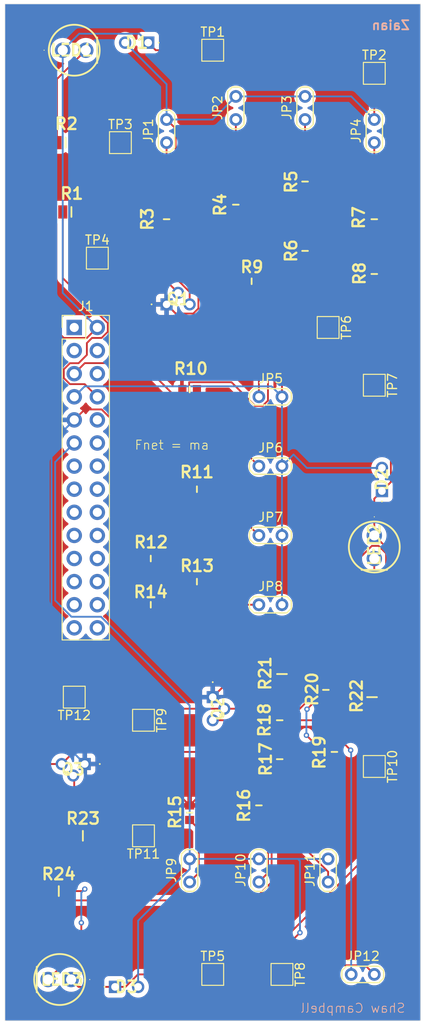
<source format=kicad_pcb>
(kicad_pcb (version 20221018) (generator pcbnew)
  (title_block (title "Infrared Sensor") (rev "v1") (company "University of Cape Town") (comment 7 "creativecommons.org") (comment 8 "Licence: CC BY 4.4") (comment 9 "Author: Shaw Campbell"))
  (layers (0 "F.Cu" signal) (31 "B.Cu" signal) (34 "B.Paste" user) (35 "F.Paste" user) (36 "B.SilkS" user "B.Silkscreen") (37 "F.SilkS" user "F.Silkscreen") (38 "B.Mask" user) (39 "F.Mask" user) (44 "Edge.Cuts" user))
  (net 0 "")
  (net 1 "PA4")
  (net 2 "Net-(Q1-B)")
  (net 3 "Net-(Q1-C)")
  (net 4 "PA3")
  (net 5 "Vcc")
  (net 6 "Net-(Q3-B)")
  (net 7 "Net-(Q3-C)")
  (net 8 "Net-(Q2-C)")
  (net 9 "Net-(Q2-B)")
  (net 10 "PA5")
  (net 11 "Net-(JP4-A)")
  (net 12 "Net-(JP10-A)")
  (net 13 "Net-(JP11-A)")
  (net 14 "Net-(JP12-A)")
  (net 15 "Net-(JP1-A)")
  (net 16 "Net-(JP2-A)")
  (net 17 "Net-(JP3-A)")
  (net 18 "Net-(JP5-A)")
  (net 19 "Net-(JP6-A)")
  (net 20 "Net-(JP7-A)")
  (net 21 "Net-(JP8-A)")
  (net 22 "Net-(JP9-A)")
  (net 23 "Net-(LED3-K)")
  (net 24 "Net-(LED1-K)")
  (net 25 "Net-(LED2-K)")
  (net 26 "GND")
  (net 27 "PE15")
  (net 28 "PW14")
  (net 29 "PW13")
  (net 30 "Net-(R11-Pad1)")
  (net 31 "Net-(R13-Pad1)")
  (net 32 "Net-(R5-Pad1)")
  (net 33 "Net-(R7-Pad1)")
  (net 34 "Net-(R19-Pad1)")
  (net 35 "Net-(R17-Pad1)")
  (net 40 "PE14")
  (net 41 "PE13")
  (footprint "TestPoint:TestPoint_Pad_2.0x2.0mm" (layer "F.Cu") (at 63.5 149.86 -90)
    (fp_text reference "TP8" (at 0 -1.998 90) (layer "F.SilkS"))
    (fp_text value "TestPoint")
    (pad "1" smd rect (at 0 0 270) (size 2 2) (layers "F.Cu" "F.Mask") (net 10 "PA5"))
  )
  (footprint "TestPoint:TestPoint_Pad_2.0x2.0mm" (layer "F.Cu") (at 68.58 78.74 -90)
    (fp_text reference "TP6" (at 0 -1.998 90) (layer "F.SilkS"))
    (fp_text value "TestPoint")
    (pad "1" smd rect (at 0 0 270) (size 2 2) (layers "F.Cu" "F.Mask") (net 1 "PA4"))
  )
  (footprint "IRSensor:RESC2013X65N" (layer "F.Cu") (at 38.94 140.7 180)
    (fp_text reference "R24" (at 0.01 1.87) (layer "F.SilkS") (effects (font (size 1.27 1.27) (thickness 0.254))))
    (fp_text value "2.2" hide)
    (pad "1" smd rect (at -0.95 0 180) (size 1 1.45) (layers "F.Cu" "F.Paste" "F.Mask") (net 23 "Net-(LED3-K)"))
    (pad "2" smd rect (at 0.95 0 180) (size 1 1.45) (layers "F.Cu" "F.Paste" "F.Mask") (net 7 "Net-(Q3-C)"))
  )
  (footprint "TestPoint:TestPoint_2Pads_Pitch2.54mm_Drill0.8mm" (layer "F.Cu") (at 50.8 58.42 90)
    (fp_text reference "JP1" (at 1.3 -2 90) (layer "F.SilkS"))
    (fp_text value "Jumper_2_Open")
    (pad "1" thru_hole circle (at 0 0 90) (size 1.4 1.4) (drill 0.8) (layers "*.Cu" "*.Mask") (net 15 "Net-(JP1-A)"))
    (pad "2" thru_hole circle (at 2.54 0 90) (size 1.4 1.4) (drill 0.8) (layers "*.Cu" "*.Mask") (net 4 "PA3"))
  )
  (footprint "IRSensor:TSAL6200" (layer "F.Cu") (at 73.66 102.87 -90)
    (fp_text reference "LED2" (at -0.272 0 90) (layer "F.SilkS") (effects (font (size 1.27 1.27) (thickness 0.254))))
    (fp_text value "TSAL6200" hide)
    (pad "1" thru_hole circle (at -1.27 0 270) (size 1.7 1.7) (drill 1.12) (layers "*.Cu" "*.Mask") (net 5 "Vcc"))
    (pad "2" thru_hole circle (at 1.27 0 270) (size 1.7 1.7) (drill 1.12) (layers "*.Cu" "*.Mask") (net 25 "Net-(LED2-K)"))
  )
  (footprint "Connector_PinHeader_2.54mm:PinHeader_2x14_P2.54mm_Vertical" (layer "F.Cu") (at 40.64 78.74)
    (fp_text reference "J1" (at 1.27 -2.33) (layer "F.SilkS"))
    (fp_text value "Conn_02x14_Odd_Even")
    (pad "1" thru_hole rect (at 0 0) (size 1.7 1.7) (drill 1) (layers "*.Cu" "*.Mask"))
    (pad "2" thru_hole oval (at 2.54 0) (size 1.7 1.7) (drill 1) (layers "*.Cu" "*.Mask") (net 5 "Vcc"))
    (pad "3" thru_hole oval (at 0 2.54) (size 1.7 1.7) (drill 1) (layers "*.Cu" "*.Mask"))
    (pad "4" thru_hole oval (at 2.54 2.54) (size 1.7 1.7) (drill 1) (layers "*.Cu" "*.Mask"))
    (pad "5" thru_hole oval (at 0 5.08) (size 1.7 1.7) (drill 1) (layers "*.Cu" "*.Mask") (net 4 "PA3"))
    (pad "6" thru_hole oval (at 2.54 5.08) (size 1.7 1.7) (drill 1) (layers "*.Cu" "*.Mask"))
    (pad "7" thru_hole oval (at 0 7.62) (size 1.7 1.7) (drill 1) (layers "*.Cu" "*.Mask") (net 1 "PA4"))
    (pad "8" thru_hole oval (at 2.54 7.62) (size 1.7 1.7) (drill 1) (layers "*.Cu" "*.Mask") (net 27 "PE15"))
    (pad "9" thru_hole oval (at 0 10.16) (size 1.7 1.7) (drill 1) (layers "*.Cu" "*.Mask") (net 26 "GND"))
    (pad "10" thru_hole oval (at 2.54 10.16) (size 1.7 1.7) (drill 1) (layers "*.Cu" "*.Mask") (net 40 "PE14"))
    (pad "11" thru_hole oval (at 0 12.7) (size 1.7 1.7) (drill 1) (layers "*.Cu" "*.Mask") (net 10 "PA5"))
    (pad "12" thru_hole oval (at 2.54 12.7) (size 1.7 1.7) (drill 1) (layers "*.Cu" "*.Mask") (net 41 "PE13"))
    (pad "13" thru_hole oval (at 0 15.24) (size 1.7 1.7) (drill 1) (layers "*.Cu" "*.Mask"))
    (pad "14" thru_hole oval (at 2.54 15.24) (size 1.7 1.7) (drill 1) (layers "*.Cu" "*.Mask"))
    (pad "15" thru_hole oval (at 0 17.78) (size 1.7 1.7) (drill 1) (layers "*.Cu" "*.Mask"))
    (pad "16" thru_hole oval (at 2.54 17.78) (size 1.7 1.7) (drill 1) (layers "*.Cu" "*.Mask"))
    (pad "17" thru_hole oval (at 0 20.32) (size 1.7 1.7) (drill 1) (layers "*.Cu" "*.Mask"))
    (pad "18" thru_hole oval (at 2.54 20.32) (size 1.7 1.7) (drill 1) (layers "*.Cu" "*.Mask"))
    (pad "19" thru_hole oval (at 0 22.86) (size 1.7 1.7) (drill 1) (layers "*.Cu" "*.Mask"))
    (pad "20" thru_hole oval (at 2.54 22.86) (size 1.7 1.7) (drill 1) (layers "*.Cu" "*.Mask"))
    (pad "21" thru_hole oval (at 0 25.4) (size 1.7 1.7) (drill 1) (layers "*.Cu" "*.Mask"))
    (pad "22" thru_hole oval (at 2.54 25.4) (size 1.7 1.7) (drill 1) (layers "*.Cu" "*.Mask"))
    (pad "23" thru_hole oval (at 0 27.94) (size 1.7 1.7) (drill 1) (layers "*.Cu" "*.Mask"))
    (pad "24" thru_hole oval (at 2.54 27.94) (size 1.7 1.7) (drill 1) (layers "*.Cu" "*.Mask"))
    (pad "25" thru_hole oval (at 0 30.48) (size 1.7 1.7) (drill 1) (layers "*.Cu" "*.Mask"))
    (pad "26" thru_hole oval (at 2.54 30.48) (size 1.7 1.7) (drill 1) (layers "*.Cu" "*.Mask"))
    (pad "27" thru_hole oval (at 0 33.02) (size 1.7 1.7) (drill 1) (layers "*.Cu" "*.Mask"))
    (pad "28" thru_hole oval (at 2.54 33.02) (size 1.7 1.7) (drill 1) (layers "*.Cu" "*.Mask"))
  )
  (footprint "IRSensor:RESC2013X65N" (layer "F.Cu") (at 63.5 116.84 -90)
    (fp_text reference "R21" (at -0.08 1.85 90) (layer "F.SilkS") (effects (font (size 1.27 1.27) (thickness 0.254))))
    (fp_text value "27k" hide)
    (pad "1" smd rect (at -0.95 0 270) (size 1 1.45) (layers "F.Cu" "F.Paste" "F.Mask") (net 28 "PW14"))
    (pad "2" smd rect (at 0.95 0 270) (size 1 1.45) (layers "F.Cu" "F.Paste" "F.Mask") (net 9 "Net-(Q2-B)"))
  )
  (footprint "IRSensor:RESC2013X65N" (layer "F.Cu") (at 39.69 58.42)
    (fp_text reference "R2" (at 0.08 -2.07) (layer "F.SilkS") (effects (font (size 1.27 1.27) (thickness 0.254))))
    (fp_text value "2.2" hide)
    (pad "1" smd rect (at -0.95 0) (size 1 1.45) (layers "F.Cu" "F.Paste" "F.Mask") (net 24 "Net-(LED1-K)"))
    (pad "2" smd rect (at 0.95 0) (size 1 1.45) (layers "F.Cu" "F.Paste" "F.Mask") (net 3 "Net-(Q1-C)"))
  )
  (footprint "TestPoint:TestPoint_Pad_2.0x2.0mm" (layer "F.Cu") (at 48.26 121.92 -90)
    (fp_text reference "TP9" (at 0 -1.998 90) (layer "F.SilkS"))
    (fp_text value "TestPoint")
    (pad "1" smd rect (at 0 0 270) (size 2 2) (layers "F.Cu" "F.Mask") (net 9 "Net-(Q2-B)"))
  )
  (footprint "IRSensor:RESC1608X55N" (layer "F.Cu") (at 73.66 66.84 90)
    (fp_text reference "R7" (at 0.18 -1.71 90) (layer "F.SilkS") (effects (font (size 1.27 1.27) (thickness 0.254))))
    (fp_text value "330k" hide)
    (pad "1" smd rect (at -0.8 0 90) (size 0.9 1) (layers "F.Cu" "F.Paste" "F.Mask") (net 33 "Net-(R7-Pad1)"))
    (pad "2" smd rect (at 0.8 0 90) (size 0.9 1) (layers "F.Cu" "F.Paste" "F.Mask") (net 11 "Net-(JP4-A)"))
  )
  (footprint "TestPoint:TestPoint_2Pads_Pitch2.54mm_Drill0.8mm" (layer "F.Cu") (at 53.34 139.7 90)
    (fp_text reference "JP9" (at 1.3 -2 90) (layer "F.SilkS"))
    (fp_text value "Jumper_2_Open")
    (pad "1" thru_hole circle (at 0 0 90) (size 1.4 1.4) (drill 0.8) (layers "*.Cu" "*.Mask") (net 22 "Net-(JP9-A)"))
    (pad "2" thru_hole circle (at 2.54 0 90) (size 1.4 1.4) (drill 0.8) (layers "*.Cu" "*.Mask") (net 10 "PA5"))
  )
  (footprint "TestPoint:TestPoint_2Pads_Pitch2.54mm_Drill0.8mm" (layer "F.Cu") (at 60.96 109.22)
    (fp_text reference "JP8" (at 1.3 -2) (layer "F.SilkS"))
    (fp_text value "Jumper_2_Open")
    (pad "1" thru_hole circle (at 0 0) (size 1.4 1.4) (drill 0.8) (layers "*.Cu" "*.Mask") (net 21 "Net-(JP8-A)"))
    (pad "2" thru_hole circle (at 2.54 0) (size 1.4 1.4) (drill 0.8) (layers "*.Cu" "*.Mask") (net 1 "PA4"))
  )
  (footprint "TestPoint:TestPoint_2Pads_Pitch2.54mm_Drill0.8mm" (layer "F.Cu") (at 60.96 101.6)
    (fp_text reference "JP7" (at 1.3 -2) (layer "F.SilkS"))
    (fp_text value "Jumper_2_Open")
    (pad "1" thru_hole circle (at 0 0) (size 1.4 1.4) (drill 0.8) (layers "*.Cu" "*.Mask") (net 20 "Net-(JP7-A)"))
    (pad "2" thru_hole circle (at 2.54 0) (size 1.4 1.4) (drill 0.8) (layers "*.Cu" "*.Mask") (net 1 "PA4"))
  )
  (footprint "IRSensor:RESC1608X55N" (layer "F.Cu") (at 54.14 96.52)
    (fp_text reference "R11" (at 0 -1.88) (layer "F.SilkS") (effects (font (size 1.27 1.27) (thickness 0.254))))
    (fp_text value "330k" hide)
    (pad "1" smd rect (at -0.8 0) (size 0.9 1) (layers "F.Cu" "F.Paste" "F.Mask") (net 30 "Net-(R11-Pad1)"))
    (pad "2" smd rect (at 0.8 0) (size 0.9 1) (layers "F.Cu" "F.Paste" "F.Mask") (net 20 "Net-(JP7-A)"))
  )
  (footprint "IRSensor:RESC2013X65N" (layer "F.Cu") (at 40.33 66.04)
    (fp_text reference "R1" (at 0.04 -2.02) (layer "F.SilkS") (effects (font (size 1.27 1.27) (thickness 0.254))))
    (fp_text value "27k" hide)
    (pad "1" smd rect (at -0.95 0) (size 1 1.45) (layers "F.Cu" "F.Paste" "F.Mask") (net 27 "PE15"))
    (pad "2" smd rect (at 0.95 0) (size 1 1.45) (layers "F.Cu" "F.Paste" "F.Mask") (net 2 "Net-(Q1-B)"))
  )
  (footprint "TestPoint:TestPoint_Pad_2.0x2.0mm" (layer "F.Cu") (at 43.18 71.12)
    (fp_text reference "TP4" (at 0 -1.998) (layer "F.SilkS"))
    (fp_text value "TestPoint")
    (pad "1" smd rect (at 0 0) (size 2 2) (layers "F.Cu" "F.Mask") (net 2 "Net-(Q1-B)"))
  )
  (footprint "IRSensor:RESC1608X55N" (layer "F.Cu") (at 49.06 109.22)
    (fp_text reference "R14" (at -0.01 -1.4) (layer "F.SilkS") (effects (font (size 1.27 1.27) (thickness 0.254))))
    (fp_text value "470k" hide)
    (pad "1" smd rect (at -0.8 0) (size 0.9 1) (layers "F.Cu" "F.Paste" "F.Mask") (net 26 "GND"))
    (pad "2" smd rect (at 0.8 0) (size 0.9 1) (layers "F.Cu" "F.Paste" "F.Mask") (net 31 "Net-(R13-Pad1)"))
  )
  (footprint "TestPoint:TestPoint_Pad_2.0x2.0mm" (layer "F.Cu") (at 73.66 85.09 -90)
    (fp_text reference "TP7" (at 0 -1.998 90) (layer "F.SilkS"))
    (fp_text value "TestPoint")
    (pad "1" smd rect (at 0 0 270) (size 2 2) (layers "F.Cu" "F.Mask") (net 5 "Vcc"))
  )
  (footprint "TestPoint:TestPoint_2Pads_Pitch2.54mm_Drill0.8mm" (layer "F.Cu") (at 66.04 55.88 90)
    (fp_text reference "JP3" (at 1.3 -2 90) (layer "F.SilkS"))
    (fp_text value "Jumper_2_Open")
    (pad "1" thru_hole circle (at 0 0 90) (size 1.4 1.4) (drill 0.8) (layers "*.Cu" "*.Mask") (net 17 "Net-(JP3-A)"))
    (pad "2" thru_hole circle (at 2.54 0 90) (size 1.4 1.4) (drill 0.8) (layers "*.Cu" "*.Mask") (net 4 "PA3"))
  )
  (footprint "TestPoint:TestPoint_Pad_2.0x2.0mm" (layer "F.Cu") (at 55.88 48.26)
    (fp_text reference "TP1" (at 0 -1.998) (layer "F.SilkS"))
    (fp_text value "TestPoint")
    (pad "1" smd rect (at 0 0) (size 2 2) (layers "F.Cu" "F.Mask") (net 5 "Vcc"))
  )
  (footprint "TestPoint:TestPoint_2Pads_Pitch2.54mm_Drill0.8mm" (layer "F.Cu") (at 60.96 139.7 90)
    (fp_text reference "JP10" (at 1.3 -2 90) (layer "F.SilkS"))
    (fp_text value "Jumper_2_Open")
    (pad "1" thru_hole circle (at 0 0 90) (size 1.4 1.4) (drill 0.8) (layers "*.Cu" "*.Mask") (net 12 "Net-(JP10-A)"))
    (pad "2" thru_hole circle (at 2.54 0 90) (size 1.4 1.4) (drill 0.8) (layers "*.Cu" "*.Mask") (net 10 "PA5"))
  )
  (footprint "IRSensor:TEFD4300F" (layer "F.Cu") (at 74.5 96.72 -90)
    (fp_text reference "D2" (at -1.27 0 90) (layer "F.SilkS") (effects (font (size 1.27 1.27) (thickness 0.254))))
    (fp_text value "TEFD4300F" hide)
    (pad "1" thru_hole rect (at 0 0 270) (size 1.365 1.365) (drill 0.84) (layers "*.Cu" "*.Mask") (net 5 "Vcc"))
    (pad "2" thru_hole circle (at -2.54 0 270) (size 1.365 1.365) (drill 0.84) (layers "*.Cu" "*.Mask") (net 1 "PA4"))
  )
  (footprint "IRSensor:TEFD4300F" (layer "F.Cu") (at 48.78 47.43)
    (fp_text reference "D1" (at -1.27 0) (layer "F.SilkS") (effects (font (size 1.27 1.27) (thickness 0.254))))
    (fp_text value "TEFD4300F" hide)
    (pad "1" thru_hole rect (at 0 0) (size 1.365 1.365) (drill 0.84) (layers "*.Cu" "*.Mask") (net 5 "Vcc"))
    (pad "2" thru_hole circle (at -2.54 0) (size 1.365 1.365) (drill 0.84) (layers "*.Cu" "*.Mask") (net 4 "PA3"))
  )
  (footprint "IRSensor:RESC1608X55N" (layer "F.Cu") (at 54.14 106.68)
    (fp_text reference "R13" (at 0.02 -1.73) (layer "F.SilkS") (effects (font (size 1.27 1.27) (thickness 0.254))))
    (fp_text value "330k" hide)
    (pad "1" smd rect (at -0.8 0) (size 0.9 1) (layers "F.Cu" "F.Paste" "F.Mask") (net 31 "Net-(R13-Pad1)"))
    (pad "2" smd rect (at 0.8 0) (size 0.9 1) (layers "F.Cu" "F.Paste" "F.Mask") (net 21 "Net-(JP8-A)"))
  )
  (footprint "TestPoint:TestPoint_2Pads_Pitch2.54mm_Drill0.8mm" (layer "F.Cu") (at 73.66 58.42 90)
    (fp_text reference "JP4" (at 1.3 -2 90) (layer "F.SilkS"))
    (fp_text value "Jumper_2_Open")
    (pad "1" thru_hole circle (at 0 0 90) (size 1.4 1.4) (drill 0.8) (layers "*.Cu" "*.Mask") (net 11 "Net-(JP4-A)"))
    (pad "2" thru_hole circle (at 2.54 0 90) (size 1.4 1.4) (drill 0.8) (layers "*.Cu" "*.Mask") (net 4 "PA3"))
  )
  (footprint "IRSensor:RESC2013X65N" (layer "F.Cu") (at 41.59 134.62 180)
    (fp_text reference "R23" (at -0.02 1.9) (layer "F.SilkS") (effects (font (size 1.27 1.27) (thickness 0.254))))
    (fp_text value "27k" hide)
    (pad "1" smd rect (at -0.95 0 180) (size 1 1.45) (layers "F.Cu" "F.Paste" "F.Mask") (net 29 "PW13"))
    (pad "2" smd rect (at 0.95 0 180) (size 1 1.45) (layers "F.Cu" "F.Paste" "F.Mask") (net 6 "Net-(Q3-B)"))
  )
  (footprint "TestPoint:TestPoint_2Pads_Pitch2.54mm_Drill0.8mm" (layer "F.Cu") (at 58.42 55.88 90)
    (fp_text reference "JP2" (at 1.3 -2 90) (layer "F.SilkS"))
    (fp_text value "Jumper_2_Open")
    (pad "1" thru_hole circle (at 0 0 90) (size 1.4 1.4) (drill 0.8) (layers "*.Cu" "*.Mask") (net 16 "Net-(JP2-A)"))
    (pad "2" thru_hole circle (at 2.54 0 90) (size 1.4 1.4) (drill 0.8) (layers "*.Cu" "*.Mask") (net 4 "PA3"))
  )
  (footprint "IRSensor:RESC1608X55N" (layer "F.Cu") (at 60.96 131.28 -90)
    (fp_text reference "R16" (at 0.02 1.64 -90) (layer "F.SilkS") (effects (font (size 1.27 1.27) (thickness 0.254))))
    (fp_text value "330k" hide)
    (pad "1" smd rect (at -0.8 0 270) (size 0.9 1) (layers "F.Cu" "F.Paste" "F.Mask") (net 26 "GND"))
    (pad "2" smd rect (at 0.8 0 270) (size 0.9 1) (layers "F.Cu" "F.Paste" "F.Mask") (net 12 "Net-(JP10-A)"))
  )
  (footprint "TestPoint:TestPoint_2Pads_Pitch2.54mm_Drill0.8mm" (layer "F.Cu") (at 60.96 93.98)
    (fp_text reference "JP6" (at 1.3 -2) (layer "F.SilkS"))
    (fp_text value "Jumper_2_Open")
    (pad "1" thru_hole circle (at 0 0) (size 1.4 1.4) (drill 0.8) (layers "*.Cu" "*.Mask") (net 19 "Net-(JP6-A)"))
    (pad "2" thru_hole circle (at 2.54 0) (size 1.4 1.4) (drill 0.8) (layers "*.Cu" "*.Mask") (net 1 "PA4"))
  )
  (footprint "IRSensor:RESC1608X55N" (layer "F.Cu") (at 50.8 66.84 90)
    (fp_text reference "R3" (at 0.01 -2.11 90) (layer "F.SilkS") (effects (font (size 1.27 1.27) (thickness 0.254))))
    (fp_text value "150k" hide)
    (pad "1" smd rect (at -0.8 0 90) (size 0.9 1) (layers "F.Cu" "F.Paste" "F.Mask") (net 26 "GND"))
    (pad "2" smd rect (at 0.8 0 90) (size 0.9 1) (layers "F.Cu" "F.Paste" "F.Mask") (net 15 "Net-(JP1-A)"))
  )
  (footprint "IRSensor:RESC1608X55N" (layer "F.Cu") (at 49.06 104.14)
    (fp_text reference "R12" (at 0.03 -1.79) (layer "F.SilkS") (effects (font (size 1.27 1.27) (thickness 0.254))))
    (fp_text value "330k" hide)
    (pad "1" smd rect (at -0.8 0) (size 0.9 1) (layers "F.Cu" "F.Paste" "F.Mask") (net 26 "GND"))
    (pad "2" smd rect (at 0.8 0) (size 0.9 1) (layers "F.Cu" "F.Paste" "F.Mask") (net 30 "Net-(R11-Pad1)"))
  )
  (footprint "IRSensor:RESC1608X55N" (layer "F.Cu") (at 60.16 73.66)
    (fp_text reference "R9" (at 0.03 -1.57) (layer "F.SilkS") (effects (font (size 1.27 1.27) (thickness 0.254))))
    (fp_text value "150k" hide)
    (pad "1" smd rect (at -0.8 0) (size 0.9 1) (layers "F.Cu" "F.Paste" "F.Mask") (net 26 "GND"))
    (pad "2" smd rect (at 0.8 0) (size 0.9 1) (layers "F.Cu" "F.Paste" "F.Mask") (net 18 "Net-(JP5-A)"))
  )
  (footprint "IRSensor:RESC2013X65N" (layer "F.Cu") (at 73.41 119.38 -90)
    (fp_text reference "R22" (at -0.12 1.7 90) (layer "F.SilkS") (effects (font (size 1.27 1.27) (thickness 0.254))))
    (fp_text value "2.2" hide)
    (pad "1" smd rect (at -0.95 0 270) (size 1 1.45) (layers "F.Cu" "F.Paste" "F.Mask") (net 25 "Net-(LED2-K)"))
    (pad "2" smd rect (at 0.95 0 270) (size 1 1.45) (layers "F.Cu" "F.Paste" "F.Mask") (net 8 "Net-(Q2-C)"))
  )
  (footprint "IRSensor:SS8050" (layer "F.Cu") (at 41.8 126.73 180)
    (fp_text reference "Q3" (at 1.295 -0.59) (layer "F.SilkS") (effects (font (size 1.27 1.27) (thickness 0.254))))
    (fp_text value "SS8050" hide)
    (pad "1" thru_hole rect (at 0 0 180) (size 1.333 1.333) (drill 0.82) (layers "*.Cu" "*.Mask") (net 26 "GND"))
    (pad "2" thru_hole circle (at 1.27 -1.27 180) (size 1.333 1.333) (drill 0.82) (layers "*.Cu" "*.Mask") (net 6 "Net-(Q3-B)"))
    (pad "3" thru_hole circle (at 2.54 0 180) (size 1.333 1.333) (drill 0.82) (layers "*.Cu" "*.Mask") (net 7 "Net-(Q3-C)"))
  )
  (footprint "IRSensor:RESC1608X55N" (layer "F.Cu") (at 66.04 70.32 90)
    (fp_text reference "R6" (at 0.01 -1.54 90) (layer "F.SilkS") (effects (font (size 1.27 1.27) (thickness 0.254))))
    (fp_text value "330k" hide)
    (pad "1" smd rect (at -0.8 0 90) (size 0.9 1) (layers "F.Cu" "F.Paste" "F.Mask") (net 26 "GND"))
    (pad "2" smd rect (at 0.8 0 90) (size 0.9 1) (layers "F.Cu" "F.Paste" "F.Mask") (net 32 "Net-(R5-Pad1)"))
  )
  (footprint "IRSensor:RESC1608X55N" (layer "F.Cu") (at 53.34 85.56)
    (fp_text reference "R10" (at 0.13 -2.29) (layer "F.SilkS") (effects (font (size 1.27 1.27) (thickness 0.254))))
    (fp_text value "330k" hide)
    (pad "1" smd rect (at -0.8 0) (size 0.9 1) (layers "F.Cu" "F.Paste" "F.Mask") (net 26 "GND"))
    (pad "2" smd rect (at 0.8 0) (size 0.9 1) (layers "F.Cu" "F.Paste" "F.Mask") (net 19 "Net-(JP6-A)"))
  )
  (footprint "IRSensor:TEFD4300F" (layer "F.Cu") (at 45.13 151.23 180)
    (fp_text reference "D3" (at -1.27 0) (layer "F.SilkS") (effects (font (size 1.27 1.27) (thickness 0.254))))
    (fp_text value "TEFD4300F" hide)
    (pad "1" thru_hole rect (at 0 0 180) (size 1.365 1.365) (drill 0.84) (layers "*.Cu" "*.Mask") (net 5 "Vcc"))
    (pad "2" thru_hole circle (at -2.54 0 180) (size 1.365 1.365) (drill 0.84) (layers "*.Cu" "*.Mask") (net 10 "PA5"))
  )
  (footprint "IRSensor:SS8050" (layer "F.Cu") (at 50.8 76.2)
    (fp_text reference "Q1" (at 1.295 -0.59) (layer "F.SilkS") (effects (font (size 1.27 1.27) (thickness 0.254))))
    (fp_text value "SS8050" hide)
    (pad "1" thru_hole rect (at 0 0) (size 1.333 1.333) (drill 0.82) (layers "*.Cu" "*.Mask") (net 26 "GND"))
    (pad "2" thru_hole circle (at 1.27 -1.27) (size 1.333 1.333) (drill 0.82) (layers "*.Cu" "*.Mask") (net 2 "Net-(Q1-B)"))
    (pad "3" thru_hole circle (at 2.54 0) (size 1.333 1.333) (drill 0.82) (layers "*.Cu" "*.Mask") (net 3 "Net-(Q1-C)"))
  )
  (footprint "IRSensor:RESC1608X55N" (layer "F.Cu") (at 66.04 62.7 90)
    (fp_text reference "R5" (at -0.03 -1.54 90) (layer "F.SilkS") (effects (font (size 1.27 1.27) (thickness 0.254))))
    (fp_text value "330k" hide)
    (pad "1" smd rect (at -0.8 0 90) (size 0.9 1) (layers "F.Cu" "F.Paste" "F.Mask") (net 32 "Net-(R5-Pad1)"))
    (pad "2" smd rect (at 0.8 0 90) (size 0.9 1) (layers "F.Cu" "F.Paste" "F.Mask") (net 17 "Net-(JP3-A)"))
  )
  (footprint "TestPoint:TestPoint_Pad_2.0x2.0mm" (layer "F.Cu") (at 55.88 149.86)
    (fp_text reference "TP5" (at 0 -1.998) (layer "F.SilkS"))
    (fp_text value "TestPoint")
    (pad "1" smd rect (at 0 0) (size 2 2) (layers "F.Cu" "F.Mask") (net 5 "Vcc"))
  )
  (footprint "IRSensor:RESC1608X55N" (layer "F.Cu") (at 53.34 132.08 -90)
    (fp_text reference "R15" (at -0.06 1.61 90) (layer "F.SilkS") (effects (font (size 1.27 1.27) (thickness 0.254))))
    (fp_text value "150k" hide)
    (pad "1" smd rect (at -0.8 0 270) (size 0.9 1) (layers "F.Cu" "F.Paste" "F.Mask") (net 26 "GND"))
    (pad "2" smd rect (at 0.8 0 270) (size 0.9 1) (layers "F.Cu" "F.Paste" "F.Mask") (net 22 "Net-(JP9-A)"))
  )
  (footprint "IRSensor:TSAL6200" (layer "F.Cu") (at 40.64 48.26)
    (fp_text reference "LED1" (at -0.272 0) (layer "F.SilkS") (effects (font (size 1.27 1.27) (thickness 0.254))))
    (fp_text value "TSAL6200" hide)
    (pad "1" thru_hole circle (at -1.27 0) (size 1.7 1.7) (drill 1.12) (layers "*.Cu" "*.Mask") (net 5 "Vcc"))
    (pad "2" thru_hole circle (at 1.27 0) (size 1.7 1.7) (drill 1.12) (layers "*.Cu" "*.Mask") (net 24 "Net-(LED1-K)"))
  )
  (footprint "IRSensor:RESC1608X55N" (layer "F.Cu") (at 63.25 126.2 90)
    (fp_text reference "R17" (at 0 -1.55 90) (layer "F.SilkS") (effects (font (size 1.27 1.27) (thickness 0.254))))
    (fp_text value "330k" hide)
    (pad "1" smd rect (at -0.8 0 90) (size 0.9 1) (layers "F.Cu" "F.Paste" "F.Mask") (net 35 "Net-(R17-Pad1)"))
    (pad "2" smd rect (at 0.8 0 90) (size 0.9 1) (layers "F.Cu" "F.Paste" "F.Mask") (net 13 "Net-(JP11-A)"))
  )
  (footprint "IRSensor:RESC1608X55N" (layer "F.Cu") (at 69.27 125.4 90)
    (fp_text reference "R19" (at -0.06 -1.66 90) (layer "F.SilkS") (effects (font (size 1.27 1.27) (thickness 0.254))))
    (fp_text value "330k" hide)
    (pad "1" smd rect (at -0.8 0 90) (size 0.9 1) (layers "F.Cu" "F.Paste" "F.Mask") (net 34 "Net-(R19-Pad1)"))
    (pad "2" smd rect (at 0.8 0 90) (size 0.9 1) (layers "F.Cu" "F.Paste" "F.Mask") (net 14 "Net-(JP12-A)"))
  )
  (footprint "IRSensor:RESC1608X55N" (layer "F.Cu") (at 73.66 72.86 90)
    (fp_text reference "R8" (at 0.05 -1.63 90) (layer "F.SilkS") (effects (font (size 1.27 1.27) (thickness 0.254))))
    (fp_text value "470k" hide)
    (pad "1" smd rect (at -0.8 0 90) (size 0.9 1) (layers "F.Cu" "F.Paste" "F.Mask") (net 26 "GND"))
    (pad "2" smd rect (at 0.8 0 90) (size 0.9 1) (layers "F.Cu" "F.Paste" "F.Mask") (net 33 "Net-(R7-Pad1)"))
  )
  (footprint "IRSensor:RESC1608X55N" (layer "F.Cu") (at 58.42 65.24 90)
    (fp_text reference "R4" (at -0.01 -1.73 90) (layer "F.SilkS") (effects (font (size 1.27 1.27) (thickness 0.254))))
    (fp_text value "330k" hide)
    (pad "1" smd rect (at -0.8 0 90) (size 0.9 1) (layers "F.Cu" "F.Paste" "F.Mask") (net 26 "GND"))
    (pad "2" smd rect (at 0.8 0 90) (size 0.9 1) (layers "F.Cu" "F.Paste" "F.Mask") (net 16 "Net-(JP2-A)"))
  )
  (footprint "IRSensor:RESC1608X55N" (layer "F.Cu") (at 63.25 121.92 -90)
    (fp_text reference "R18" (at -0.02 1.68 90) (layer "F.SilkS") (effects (font (size 1.27 1.27) (thickness 0.254))))
    (fp_text value "330k" hide)
    (pad "1" smd rect (at -0.8 0 270) (size 0.9 1) (layers "F.Cu" "F.Paste" "F.Mask") (net 26 "GND"))
    (pad "2" smd rect (at 0.8 0 270) (size 0.9 1) (layers "F.Cu" "F.Paste" "F.Mask") (net 35 "Net-(R17-Pad1)"))
  )
  (footprint "TestPoint:TestPoint_Pad_2.0x2.0mm" (layer "F.Cu") (at 40.64 119.38 180)
    (fp_text reference "TP12" (at 0 -1.998) (layer "F.SilkS"))
    (fp_text value "TestPoint")
    (pad "1" smd rect (at 0 0 180) (size 2 2) (layers "F.Cu" "F.Mask") (net 7 "Net-(Q3-C)"))
  )
  (footprint "TestPoint:TestPoint_2Pads_Pitch2.54mm_Drill0.8mm" (layer "F.Cu") (at 68.58 139.7 90)
    (fp_text reference "JP11" (at 1.3 -2 90) (layer "F.SilkS"))
    (fp_text value "Jumper_2_Open")
    (pad "1" thru_hole circle (at 0 0 90) (size 1.4 1.4) (drill 0.8) (layers "*.Cu" "*.Mask") (net 13 "Net-(JP11-A)"))
    (pad "2" thru_hole circle (at 2.54 0 90) (size 1.4 1.4) (drill 0.8) (layers "*.Cu" "*.Mask") (net 10 "PA5"))
  )
  (footprint "IRSensor:RESC1608X55N" (layer "F.Cu") (at 68.33 118.58 -90)
    (fp_text reference "R20" (at -0.07 1.52 90) (layer "F.SilkS") (effects (font (size 1.27 1.27) (thickness 0.254))))
    (fp_text value "470k" hide)
    (pad "1" smd rect (at -0.8 0 270) (size 0.9 1) (layers "F.Cu" "F.Paste" "F.Mask") (net 26 "GND"))
    (pad "2" smd rect (at 0.8 0 270) (size 0.9 1) (layers "F.Cu" "F.Paste" "F.Mask") (net 34 "Net-(R19-Pad1)"))
  )
  (footprint "TestPoint:TestPoint_Pad_2.0x2.0mm" (layer "F.Cu") (at 73.66 127 -90)
    (fp_text reference "TP10" (at 0 -1.998 90) (layer "F.SilkS"))
    (fp_text value "TestPoint")
    (pad "1" smd rect (at 0 0 270) (size 2 2) (layers "F.Cu" "F.Mask") (net 8 "Net-(Q2-C)"))
  )
  (footprint "IRSensor:SS8050" (layer "F.Cu") (at 55.88 119.38 -90)
    (fp_text reference "Q2" (at 1.295 -0.59 90) (layer "F.SilkS") (effects (font (size 1.27 1.27) (thickness 0.254))))
    (fp_text value "SS8050" hide)
    (pad "1" thru_hole rect (at 0 0 270) (size 1.333 1.333) (drill 0.82) (layers "*.Cu" "*.Mask") (net 26 "GND"))
    (pad "2" thru_hole circle (at 1.27 -1.27 270) (size 1.333 1.333) (drill 0.82) (layers "*.Cu" "*.Mask") (net 9 "Net-(Q2-B)"))
    (pad "3" thru_hole circle (at 2.54 0 270) (size 1.333 1.333) (drill 0.82) (layers "*.Cu" "*.Mask") (net 8 "Net-(Q2-C)"))
  )
  (footprint "TestPoint:TestPoint_Pad_2.0x2.0mm" (layer "F.Cu") (at 45.72 58.42)
    (fp_text reference "TP3" (at 0 -1.998) (layer "F.SilkS"))
    (fp_text value "TestPoint")
    (pad "1" smd rect (at 0 0) (size 2 2) (layers "F.Cu" "F.Mask") (net 3 "Net-(Q1-C)"))
  )
  (footprint "TestPoint:TestPoint_Pad_2.0x2.0mm" (layer "F.Cu") (at 73.66 50.8)
    (fp_text reference "TP2" (at 0 -1.998) (layer "F.SilkS"))
    (fp_text value "TestPoint")
    (pad "1" smd rect (at 0 0) (size 2 2) (layers "F.Cu" "F.Mask") (net 4 "PA3"))
  )
  (footprint "TestPoint:TestPoint_2Pads_Pitch2.54mm_Drill0.8mm" (layer "F.Cu") (at 60.96 86.36)
    (fp_text reference "JP5" (at 1.3 -2) (layer "F.SilkS"))
    (fp_text value "Jumper_2_Open")
    (pad "1" thru_hole circle (at 0 0) (size 1.4 1.4) (drill 0.8) (layers "*.Cu" "*.Mask") (net 18 "Net-(JP5-A)"))
    (pad "2" thru_hole circle (at 2.54 0) (size 1.4 1.4) (drill 0.8) (layers "*.Cu" "*.Mask") (net 1 "PA4"))
  )
  (footprint "TestPoint:TestPoint_Pad_2.0x2.0mm" (layer "F.Cu") (at 48.26 134.62 180)
    (fp_text reference "TP11" (at 0 -1.998) (layer "F.SilkS"))
    (fp_text value "TestPoint")
    (pad "1" smd rect (at 0 0 180) (size 2 2) (layers "F.Cu" "F.Mask") (net 6 "Net-(Q3-B)"))
  )
  (footprint "IRSensor:TSAL6200" (layer "F.Cu") (at 39.03 150.42 180)
    (fp_text reference "LED3" (at -0.272 0) (layer "F.SilkS") (effects (font (size 1.27 1.27) (thickness 0.254))))
    (fp_text value "TSAL6200" hide)
    (pad "1" thru_hole circle (at -1.27 0 180) (size 1.7 1.7) (drill 1.12) (layers "*.Cu" "*.Mask") (net 5 "Vcc"))
    (pad "2" thru_hole circle (at 1.27 0 180) (size 1.7 1.7) (drill 1.12) (layers "*.Cu" "*.Mask") (net 23 "Net-(LED3-K)"))
  )
  (footprint "TestPoint:TestPoint_2Pads_Pitch2.54mm_Drill0.8mm" (layer "F.Cu") (at 71.12 149.86)
    (fp_text reference "JP12" (at 1.3 -2) (layer "F.SilkS"))
    (fp_text value "Jumper_2_Open")
    (pad "1" thru_hole circle (at 0 0) (size 1.4 1.4) (drill 0.8) (layers "*.Cu" "*.Mask") (net 14 "Net-(JP12-A)"))
    (pad "2" thru_hole circle (at 2.54 0) (size 1.4 1.4) (drill 0.8) (layers "*.Cu" "*.Mask") (net 10 "PA5"))
  )
  (gr_line (start 33.02 154.94) (end 33.02 43.18) (stroke (width 0.05)) (layer "Edge.Cuts"))
  (gr_line (start 78.74 43.18) (end 78.74 154.94) (stroke (width 0.05)) (layer "Edge.Cuts"))
  (gr_line (start 33.02 43.18) (end 78.74 43.18) (stroke (width 0.05)) (layer "Edge.Cuts"))
  (gr_line (start 78.74 154.94) (end 33.02 154.94) (stroke (width 0.05)) (layer "Edge.Cuts"))
  (gr_text "Shaw Campbell" (at 77.13 154.15) (layer "B.SilkS") (effects (font (size 1 1) (thickness 0.1)) (justify left bottom mirror)))
  (gr_text "Zaian" (at 77.67 46.1) (layer "B.SilkS") (effects (font (size 1 1) (thickness 0.2) bold) (justify left bottom mirror)))
  (gr_text "Fnet = ma" (at 47.23 92.25) (layer "F.SilkS") (effects (font (size 1 1) (thickness 0.1)) (justify left bottom)))
  (segment (start 63.5 86.36) (end 63.5 83.82) (width 0.2) (layer "F.Cu") (net 1))
  (segment (start 63.5 83.82) (end 68.58 78.74) (width 0.2) (layer "F.Cu") (net 1))
  (segment (start 66.24 94.18) (end 64.77 92.71) (width 0.2) (layer "B.Cu") (net 1))
  (segment (start 63.5 86.36) (end 62.35 85.21) (width 0.2) (layer "B.Cu") (net 1))
  (segment (start 41.79 85.21) (end 40.64 86.36) (width 0.2) (layer "B.Cu") (net 1))
  (segment (start 62.35 85.21) (end 41.79 85.21) (width 0.2) (layer "B.Cu") (net 1))
  (segment (start 63.5 109.22) (end 63.5 86.36) (width 0.2) (layer "B.Cu") (net 1))
  (segment (start 64.77 92.71) (end 63.5 93.98) (width 0.2) (layer "B.Cu") (net 1))
  (segment (start 74.5 94.18) (end 66.24 94.18) (width 0.2) (layer "B.Cu") (net 1))
  (segment (start 48.26 71.12) (end 52.07 74.93) (width 0.2) (layer "F.Cu") (net 2))
  (segment (start 41.28 66.04) (end 41.28 69.22) (width 0.2) (layer "F.Cu") (net 2))
  (segment (start 41.28 69.22) (end 43.18 71.12) (width 0.2) (layer "F.Cu") (net 2))
  (segment (start 43.18 71.12) (end 48.26 71.12) (width 0.2) (layer "F.Cu") (net 2))
  (segment (start 45.72 67.213162) (end 45.72 58.42) (width 0.2) (layer "F.Cu") (net 3))
  (segment (start 53.34 76.2) (end 53.34 74.833162) (width 0.2) (layer "F.Cu") (net 3))
  (segment (start 53.34 74.833162) (end 45.72 67.213162) (width 0.2) (layer "F.Cu") (net 3))
  (segment (start 45.72 58.42) (end 40.64 58.42) (width 0.2) (layer "F.Cu") (net 3))
  (segment (start 51.8 64.69) (end 52.4 65.29) (width 0.2) (layer "F.Cu") (net 4))
  (segment (start 72.86 72.91) (end 74.46 72.91) (width 0.2) (layer "F.Cu") (net 4))
  (segment (start 51.79 86.36) (end 48.09 82.66) (width 0.2) (layer "F.Cu") (net 4))
  (segment (start 60.16 65.29) (end 65.24 70.37) (width 0.2) (layer "F.Cu") (net 4))
  (segment (start 57.945786 84.76) (end 53.29 84.76) (width 0.2) (layer "F.Cu") (net 4))
  (segment (start 41.8 82.66) (end 40.64 83.82) (width 0.2) (layer "F.Cu") (net 4))
  (segment (start 61.96 80.514314) (end 61.96 86.774214) (width 0.2) (layer "F.Cu") (net 4))
  (segment (start 68.064314 74.41) (end 61.96 80.514314) (width 0.2) (layer "F.Cu") (net 4))
  (segment (start 74.46 72.91) (end 74.46 74.41) (width 0.2) (layer "F.Cu") (net 4))
  (segment (start 53.29 84.76) (end 53.29 86.36) (width 0.2) (layer "F.Cu") (net 4))
  (segment (start 48.09 82.66) (end 41.8 82.66) (width 0.2) (layer "F.Cu") (net 4))
  (segment (start 53.29 86.36) (end 51.79 86.36) (width 0.2) (layer "F.Cu") (net 4))
  (segment (start 74.46 74.41) (end 68.064314 74.41) (width 0.2) (layer "F.Cu") (net 4))
  (segment (start 65.24 70.37) (end 70.32 70.37) (width 0.2) (layer "F.Cu") (net 4))
  (segment (start 61.96 86.774214) (end 61.374214 87.36) (width 0.2) (layer "F.Cu") (net 4))
  (segment (start 51.8 56.88) (end 51.8 64.69) (width 0.2) (layer "F.Cu") (net 4))
  (segment (start 52.4 65.29) (end 60.16 65.29) (width 0.2) (layer "F.Cu") (net 4))
  (segment (start 50.8 55.88) (end 51.8 56.88) (width 0.2) (layer "F.Cu") (net 4))
  (segment (start 61.374214 87.36) (end 60.545786 87.36) (width 0.2) (layer "F.Cu") (net 4))
  (segment (start 73.66 50.8) (end 73.66 55.88) (width 0.2) (layer "F.Cu") (net 4))
  (segment (start 60.545786 87.36) (end 57.945786 84.76) (width 0.2) (layer "F.Cu") (net 4))
  (segment (start 70.32 70.37) (end 72.86 72.91) (width 0.2) (layer "F.Cu") (net 4))
  (segment (start 71.12 53.34) (end 73.66 55.88) (width 0.2) (layer "B.Cu") (net 4))
  (segment (start 55.88 55.88) (end 58.42 53.34) (width 0.2) (layer "B.Cu") (net 4))
  (segment (start 66.04 53.34) (end 71.12 53.34) (width 0.2) (layer "B.Cu") (net 4))
  (segment (start 58.42 53.34) (end 66.04 53.34) (width 0.2) (layer "B.Cu") (net 4))
  (segment (start 50.8 55.88) (end 55.88 55.88) (width 0.2) (layer "B.Cu") (net 4))
  (segment (start 50.8 55.88) (end 50.8 51.99) (width 0.2) (layer "B.Cu") (net 4))
  (segment (start 50.8 51.99) (end 46.24 47.43) (width 0.2) (layer "B.Cu") (net 4))
  (segment (start 75.36 134.334214) (end 75.36 103.3) (width 0.2) (layer "F.Cu") (net 5))
  (segment (start 74.96 83.79) (end 74.96 49.51) (width 0.2) (layer "F.Cu") (net 5))
  (segment (start 75.36 103.3) (end 73.66 101.6) (width 0.2) (layer "F.Cu") (net 5))
  (segment (start 75.4825 86.9125) (end 75.4825 95.7375) (width 0.2) (layer "F.Cu") (net 5))
  (segment (start 41.11 151.23) (end 40.3 150.42) (width 0.2) (layer "F.Cu") (net 5))
  (segment (start 73.66 85.09) (end 75.4825 86.9125) (width 0.2) (layer "F.Cu") (net 5))
  (segment (start 55.88 149.86) (end 59.834214 149.86) (width 0.2) (layer "F.Cu") (net 5))
  (segment (start 47.650535 149.86) (end 46.280535 151.23) (width 0.2) (layer "F.Cu") (net 5))
  (segment (start 42.03 79.89) (end 43.18 78.74) (width 0.2) (layer "F.Cu") (net 5))
  (segment (start 69.72 44.27) (end 35.1 44.27) (width 0.2) (layer "F.Cu") (net 5))
  (segment (start 73.66 97.56) (end 74.5 96.72) (width 0.2) (layer "F.Cu") (net 5))
  (segment (start 73.66 85.09) (end 74.96 83.79) (width 0.2) (layer "F.Cu") (net 5))
  (segment (start 45.13 151.23) (end 41.11 151.23) (width 0.2) (layer "F.Cu") (net 5))
  (segment (start 73.66 101.6) (end 73.66 97.56) (width 0.2) (layer "F.Cu") (net 5))
  (segment (start 46.280535 151.23) (end 45.13 151.23) (width 0.2) (layer "F.Cu") (net 5))
  (segment (start 49.61 48.26) (end 48.78 47.43) (width 0.2) (layer "F.Cu") (net 5))
  (segment (start 55.88 48.26) (end 49.61 48.26) (width 0.2) (layer "F.Cu") (net 5))
  (segment (start 59.834214 149.86) (end 75.36 134.334214) (width 0.2) (layer "F.Cu") (net 5))
  (segment (start 35.1 75.5) (end 39.49 79.89) (width 0.2) (layer "F.Cu") (net 5))
  (segment (start 55.88 149.86) (end 47.650535 149.86) (width 0.2) (layer "F.Cu") (net 5))
  (segment (start 39.49 79.89) (end 42.03 79.89) (width 0.2) (layer "F.Cu") (net 5))
  (segment (start 75.4825 95.7375) (end 74.5 96.72) (width 0.2) (layer "F.Cu") (net 5))
  (segment (start 35.1 44.27) (end 35.1 75.5) (width 0.2) (layer "F.Cu") (net 5))
  (segment (start 74.96 49.51) (end 69.72 44.27) (width 0.2) (layer "F.Cu") (net 5))
  (segment (start 41.1825 46.4475) (end 39.37 48.26) (width 0.2) (layer "B.Cu") (net 5))
  (segment (start 47.7975 46.4475) (end 41.1825 46.4475) (width 0.2) (layer "B.Cu") (net 5))
  (segment (start 39.37 48.26) (end 39.37 74.93) (width 0.2) (layer "B.Cu") (net 5))
  (segment (start 48.78 47.43) (end 47.7975 46.4475) (width 0.2) (layer "B.Cu") (net 5))
  (segment (start 39.37 74.93) (end 43.18 78.74) (width 0.2) (layer "B.Cu") (net 5))
  (segment (start 48.26 134.62) (end 47.235 133.595) (width 0.2) (layer "F.Cu") (net 6))
  (segment (start 41.665 133.595) (end 40.64 134.62) (width 0.2) (layer "F.Cu") (net 6))
  (segment (start 47.235 133.595) (end 41.665 133.595) (width 0.2) (layer "F.Cu") (net 6))
  (segment (start 40.64 128.11) (end 40.53 128) (width 0.2) (layer "F.Cu") (net 6))
  (segment (start 40.64 134.62) (end 40.64 128.11) (width 0.2) (layer "F.Cu") (net 6))
  (segment (start 36.05 126.73) (end 35.77 127.01) (width 0.2) (layer "F.Cu") (net 7))
  (segment (start 37.99 129.23) (end 37.99 140.7) (width 0.2) (layer "F.Cu") (net 7))
  (segment (start 40.64 119.38) (end 40.64 125.35) (width 0.2) (layer "F.Cu") (net 7))
  (segment (start 39.26 126.73) (end 36.05 126.73) (width 0.2) (layer "F.Cu") (net 7))
  (segment (start 35.77 127.01) (end 37.99 129.23) (width 0.2) (layer "F.Cu") (net 7))
  (segment (start 40.64 125.35) (end 39.26 126.73) (width 0.2) (layer "F.Cu") (net 7))
  (segment (start 71.82 121.92) (end 73.41 120.33) (width 0.2) (layer "F.Cu") (net 8))
  (segment (start 55.88 121.92) (end 71.6 121.92) (width 0.2) (layer "F.Cu") (net 8))
  (segment (start 73.66 123.98) (end 71.6 121.92) (width 0.2) (layer "F.Cu") (net 8))
  (segment (start 73.66 127) (end 73.66 123.98) (width 0.2) (layer "F.Cu") (net 8))
  (segment (start 71.6 121.92) (end 71.82 121.92) (width 0.2) (layer "F.Cu") (net 8))
  (segment (start 49.53 120.65) (end 57.15 120.65) (width 0.2) (layer "F.Cu") (net 9))
  (segment (start 48.26 121.92) (end 49.53 120.65) (width 0.2) (layer "F.Cu") (net 9))
  (segment (start 57.15 120.65) (end 60.64 120.65) (width 0.2) (layer "F.Cu") (net 9))
  (segment (start 60.64 120.65) (end 63.5 117.79) (width 0.2) (layer "F.Cu") (net 9))
  (segment (start 63.5 149.86) (end 64.5 148.86) (width 0.2) (layer "F.Cu") (net 10))
  (segment (start 63.5 149.86) (end 63.5 147.25) (width 0.2) (layer "F.Cu") (net 10))
  (segment (start 64.5 148.86) (end 72.66 148.86) (width 0.2) (layer "F.Cu") (net 10))
  (segment (start 72.66 148.86) (end 73.66 149.86) (width 0.2) (layer "F.Cu") (net 10))
  (segment (start 63.5 147.25) (end 65.48 145.27) (width 0.2) (layer "F.Cu") (net 10))
  (via (at 65.48 145.27) (size 0.6) (drill 0.3) (layers "F.Cu" "B.Cu") (net 10))
  (segment (start 38.54 108.746346) (end 38.54 93.54) (width 0.2) (layer "B.Cu") (net 10))
  (segment (start 38.54 93.54) (end 40.64 91.44) (width 0.2) (layer "B.Cu") (net 10))
  (segment (start 47.67 151.23) (end 47.67 143.955786) (width 0.2) (layer "B.Cu") (net 10))
  (segment (start 40.333654 110.54) (end 38.54 108.746346) (width 0.2) (layer "B.Cu") (net 10))
  (segment (start 65.48 137.4) (end 65.34 137.26) (width 0.2) (layer "B.Cu") (net 10))
  (segment (start 65.48 145.27) (end 65.48 137.4) (width 0.2) (layer "B.Cu") (net 10))
  (segment (start 53.34 138.285786) (end 53.34 137.16) (width 0.2) (layer "B.Cu") (net 10))
  (segment (start 53.34 137.16) (end 53.34 120.293654) (width 0.2) (layer "B.Cu") (net 10))
  (segment (start 47.67 143.955786) (end 53.34 138.285786) (width 0.2) (layer "B.Cu") (net 10))
  (segment (start 53.34 137.16) (end 68.58 137.16) (width 0.2) (layer "B.Cu") (net 10))
  (segment (start 43.586346 110.54) (end 40.333654 110.54) (width 0.2) (layer "B.Cu") (net 10))
  (segment (start 53.34 120.293654) (end 43.586346 110.54) (width 0.2) (layer "B.Cu") (net 10))
  (segment (start 73.66 66.04) (end 73.66 58.42) (width 0.2) (layer "F.Cu") (net 11))
  (segment (start 60.96 132.08) (end 61.96 133.08) (width 0.2) (layer "F.Cu") (net 12))
  (segment (start 61.96 138.7) (end 60.96 139.7) (width 0.2) (layer "F.Cu") (net 12))
  (segment (start 61.96 133.08) (end 61.96 138.7) (width 0.2) (layer "F.Cu") (net 12))
  (segment (start 62.36 132.354214) (end 62.36 139.714214) (width 0.2) (layer "F.Cu") (net 13))
  (segment (start 45.56 124.37) (end 46.59 125.4) (width 0.2) (layer "F.Cu") (net 13))
  (segment (start 68.58 138.574214) (end 62.36 132.354214) (width 0.2) (layer "F.Cu") (net 13))
  (segment (start 35.37 118.06) (end 37.66 115.77) (width 0.2) (layer "F.Cu") (net 13))
  (segment (start 45.56 115.97) (end 45.56 124.37) (width 0.2) (layer "F.Cu") (net 13))
  (segment (start 37.19 141.725) (end 35.37 139.905) (width 0.2) (layer "F.Cu") (net 13))
  (segment (start 62.36 139.714214) (end 60.349214 141.725) (width 0.2) (layer "F.Cu") (net 13))
  (segment (start 35.37 139.905) (end 35.37 118.06) (width 0.2) (layer "F.Cu") (net 13))
  (segment (start 37.66 115.77) (end 45.36 115.77) (width 0.2) (layer "F.Cu") (net 13))
  (segment (start 68.58 139.7) (end 68.58 138.574214) (width 0.2) (layer "F.Cu") (net 13))
  (segment (start 45.36 115.77) (end 45.56 115.97) (width 0.2) (layer "F.Cu") (net 13))
  (segment (start 60.349214 141.725) (end 37.19 141.725) (width 0.2) (layer "F.Cu") (net 13))
  (segment (start 46.59 125.4) (end 63.25 125.4) (width 0.2) (layer "F.Cu") (net 13))
  (segment (start 71.06 125.21) (end 70.45 124.6) (width 0.2) (layer "F.Cu") (net 14))
  (segment (start 70.45 124.6) (end 69.27 124.6) (width 0.2) (layer "F.Cu") (net 14))
  (via (at 71.06 125.21) (size 0.6) (drill 0.3) (layers "F.Cu" "B.Cu") (net 14))
  (segment (start 71.12 149.86) (end 71.12 125.27) (width 0.2) (layer "B.Cu") (net 14))
  (segment (start 71.12 125.27) (end 71.06 125.21) (width 0.2) (layer "B.Cu") (net 14))
  (segment (start 50.8 66.04) (end 50.8 58.42) (width 0.2) (layer "F.Cu") (net 15))
  (segment (start 58.42 64.44) (end 58.42 55.88) (width 0.2) (layer "F.Cu") (net 16))
  (segment (start 66.04 61.9) (end 66.04 55.88) (width 0.2) (layer "F.Cu") (net 17))
  (segment (start 60.96 86.36) (end 60.96 73.66) (width 0.2) (layer "F.Cu") (net 18))
  (segment (start 54.14 85.56) (end 54.14 87.16) (width 0.2) (layer "F.Cu") (net 19))
  (segment (start 54.14 87.16) (end 60.96 93.98) (width 0.2) (layer "F.Cu") (net 19))
  (segment (start 55.88 96.52) (end 60.96 101.6) (width 0.2) (layer "F.Cu") (net 20))
  (segment (start 54.94 96.52) (end 55.88 96.52) (width 0.2) (layer "F.Cu") (net 20))
  (segment (start 60.96 109.22) (end 57.48 109.22) (width 0.2) (layer "F.Cu") (net 21))
  (segment (start 57.48 109.22) (end 54.94 106.68) (width 0.2) (layer "F.Cu") (net 21))
  (segment (start 53.34 132.88) (end 54.34 133.88) (width 0.2) (layer "F.Cu") (net 22))
  (segment (start 54.34 138.7) (end 53.34 139.7) (width 0.2) (layer "F.Cu") (net 22))
  (segment (start 54.34 133.88) (end 54.34 138.7) (width 0.2) (layer "F.Cu") (net 22))
  (segment (start 37.76 150.43) (end 37.74 150.45) (width 0.2) (layer "F.Cu") (net 23))
  (segment (start 37.76 150.42) (end 37.76 150.43) (width 0.2) (layer "F.Cu") (net 23))
  (segment (start 41.58 140.7) (end 39.89 140.7) (width 0.2) (layer "F.Cu") (net 23))
  (segment (start 41.8 140.48) (end 41.58 140.7) (width 0.2) (layer "F.Cu") (net 23))
  (segment (start 37.74 150.45) (end 41.42 146.77) (width 0.2) (layer "F.Cu") (net 23))
  (segment (start 41.42 146.77) (end 41.42 144.18) (width 0.2) (layer "F.Cu") (net 23))
  (via (at 41.8 140.48) (size 0.6) (drill 0.3) (layers "F.Cu" "B.Cu") (net 23))
  (via (at 41.42 144.18) (size 0.6) (drill 0.3) (layers "F.Cu" "B.Cu") (net 23))
  (segment (start 41.42 140.86) (end 41.8 140.48) (width 0.2) (layer "B.Cu") (net 23))
  (segment (start 41.42 144.18) (end 41.42 140.86) (width 0.2) (layer "B.Cu") (net 23))
  (segment (start 38.74 51.43) (end 41.91 48.26) (width 0.2) (layer "F.Cu") (net 24))
  (segment (start 38.74 58.42) (end 38.74 51.43) (width 0.2) (layer "F.Cu") (net 24))
  (segment (start 73.66 118.18) (end 73.41 118.43) (width 0.2) (layer "F.Cu") (net 25))
  (segment (start 73.66 104.14) (end 73.66 118.18) (width 0.2) (layer "F.Cu") (net 25))
  (segment (start 58.42 72.72) (end 59.36 73.66) (width 0.2) (layer "F.Cu") (net 26))
  (segment (start 64.45 115.09) (end 64.525 115.09) (width 0.2) (layer "F.Cu") (net 26))
  (segment (start 43.656346 87.75) (end 48.26 92.353654) (width 0.2) (layer "F.Cu") (net 26))
  (segment (start 61.95 71.12) (end 59.41 73.66) (width 0.2) (layer "F.Cu") (net 26))
  (segment (start 55.88 119.38) (end 55.88 116.84) (width 0.2) (layer "F.Cu") (net 26))
  (segment (start 59.41 73.66) (end 59.36 73.66) (width 0.2) (layer "F.Cu") (net 26))
  (segment (start 58.42 66.04) (end 58.42 72.72) (width 0.2) (layer "F.Cu") (net 26))
  (segment (start 64.59 115.155) (end 64.59 119.78) (width 0.2) (layer "F.Cu") (net 26))
  (segment (start 48.79 126.73) (end 53.34 131.28) (width 0.2) (layer "F.Cu") (net 26))
  (segment (start 40.64 88.9) (end 41.79 87.75) (width 0.2) (layer "F.Cu") (net 26))
  (segment (start 54.14 130.48) (end 53.34 131.28) (width 0.2) (layer "F.Cu") (net 26))
  (segment (start 73.66 73.66) (end 68.58 73.66) (width 0.2) (layer "F.Cu") (net 26))
  (segment (start 55.6565 72.72) (end 54.3065 71.37) (width 0.2) (layer "F.Cu") (net 26))
  (segment (start 54.3065 71.1465) (end 54.3065 71.37) (width 0.2) (layer "F.Cu") (net 26))
  (segment (start 50.8 67.64) (end 54.3065 71.1465) (width 0.2) (layer "F.Cu") (net 26))
  (segment (start 66.04 71.12) (end 61.95 71.12) (width 0.2) (layer "F.Cu") (net 26))
  (segment (start 54.3065 76.6435) (end 53.74 77.21) (width 0.2) (layer "F.Cu") (net 26))
  (segment (start 60.96 130.48) (end 54.14 130.48) (width 0.2) (layer "F.Cu") (net 26))
  (segment (start 55.88 116.84) (end 48.26 109.22) (width 0.2) (layer "F.Cu") (net 26))
  (segment (start 55.88 119.38) (end 60.17 115.09) (width 0.2) (layer "F.Cu") (net 26))
  (segment (start 41.8 126.73) (end 48.79 126.73) (width 0.2) (layer "F.Cu") (net 26))
  (segment (start 74.96 128.3) (end 74.96 103.573654) (width 0.2) (layer "F.Cu") (net 26))
  (segment (start 51.81 77.21) (end 50.8 76.2) (width 0.2) (layer "F.Cu") (net 26))
  (segment (start 52.54 77.94) (end 50.8 76.2) (width 0.2) (layer "F.Cu") (net 26))
  (segment (start 64.99 121.12) (end 68.33 117.78) (width 0.2) (layer "F.Cu") (net 26))
  (segment (start 41.79 87.75) (end 43.656346 87.75) (width 0.2) (layer "F.Cu") (net 26))
  (segment (start 60.17 115.09) (end 64.45 115.09) (width 0.2) (layer "F.Cu") (net 26))
  (segment (start 72.78 130.48) (end 74.96 128.3) (width 0.2) (layer "F.Cu") (net 26))
  (segment (start 48.26 109.22) (end 48.26 104.14) (width 0.2) (layer "F.Cu") (net 26))
  (segment (start 54.3065 71.37) (end 54.3065 76.6435) (width 0.2) (layer "F.Cu") (net 26))
  (segment (start 64.59 119.78) (end 63.25 121.12) (width 0.2) (layer "F.Cu") (net 26))
  (segment (start 63.25 121.12) (end 64.99 121.12) (width 0.2) (layer "F.Cu") (net 26))
  (segment (start 53.74 77.21) (end 51.81 77.21) (width 0.2) (layer "F.Cu") (net 26))
  (segment (start 68.58 73.66) (end 66.04 71.12) (width 0.2) (layer "F.Cu") (net 26))
  (segment (start 74.96 103.573654) (end 74.136346 102.75) (width 0.2) (layer "F.Cu") (net 26))
  (segment (start 64.525 115.09) (end 64.59 115.155) (width 0.2) (layer "F.Cu") (net 26))
  (segment (start 52.54 85.56) (end 52.54 77.94) (width 0.2) (layer "F.Cu") (net 26))
  (segment (start 58.42 72.72) (end 55.6565 72.72) (width 0.2) (layer "F.Cu") (net 26))
  (segment (start 73.39 102.75) (end 64.45 111.69) (width 0.2) (layer "F.Cu") (net 26))
  (segment (start 60.96 130.48) (end 72.78 130.48) (width 0.2) (layer "F.Cu") (net 26))
  (segment (start 64.45 111.69) (end 64.45 115.09) (width 0.2) (layer "F.Cu") (net 26))
  (segment (start 74.136346 102.75) (end 73.39 102.75) (width 0.2) (layer "F.Cu") (net 26))
  (segment (start 48.26 92.353654) (end 48.26 104.14) (width 0.2) (layer "F.Cu") (net 26))
  (segment (start 41.8 126.73) (end 38.14 123.07) (width 0.2) (layer "B.Cu") (net 26))
  (segment (start 38.14 123.07) (end 38.14 91.4) (width 0.2) (layer "B.Cu") (net 26))
  (segment (start 38.14 91.4) (end 40.64 88.9) (width 0.2) (layer "B.Cu") (net 26))
  (segment (start 39.49 83.343654) (end 39.49 84.296346) (width 0.2) (layer "F.Cu") (net 27))
  (segment (start 41.79 84.97) (end 43.18 86.36) (width 0.2) (layer "F.Cu") (net 27))
  (segment (start 39.38 73.313654) (end 44.33 78.263654) (width 0.2) (layer "F.Cu") (net 27))
  (segment (start 41.116346 82.67) (end 40.163654 82.67) (width 0.2) (layer "F.Cu") (net 27))
  (segment (start 42.03 81.756346) (end 41.116346 82.67) (width 0.2) (layer "F.Cu") (net 27))
  (segment (start 40.163654 82.67) (end 39.49 83.343654) (width 0.2) (layer "F.Cu") (net 27))
  (segment (start 39.38 66.04) (end 39.38 73.313654) (width 0.2) (layer "F.Cu") (net 27))
  (segment (start 42.595685 79.89) (end 42.03 80.455685) (width 0.2) (layer "F.Cu") (net 27))
  (segment (start 43.656346 79.89) (end 42.595685 79.89) (width 0.2) (layer "F.Cu") (net 27))
  (segment (start 39.49 84.296346) (end 40.163654 84.97) (width 0.2) (layer "F.Cu") (net 27))
  (segment (start 44.33 78.263654) (end 44.33 79.216346) (width 0.2) (layer "F.Cu") (net 27))
  (segment (start 42.03 80.455685) (end 42.03 81.756346) (width 0.2) (layer "F.Cu") (net 27))
  (segment (start 44.33 79.216346) (end 43.656346 79.89) (width 0.2) (layer "F.Cu") (net 27))
  (segment (start 40.163654 84.97) (end 41.79 84.97) (width 0.2) (layer "F.Cu") (net 27))
  (segment (start 53.34 96.52) (end 53.34 100.66) (width 0.2) (layer "F.Cu") (net 30))
  (segment (start 53.34 100.66) (end 49.86 104.14) (width 0.2) (layer "F.Cu") (net 30))
  (segment (start 53.34 106.68) (end 52.4 106.68) (width 0.2) (layer "F.Cu") (net 31))
  (segment (start 52.4 106.68) (end 49.86 109.22) (width 0.2) (layer "F.Cu") (net 31))
  (segment (start 66.04 63.5) (end 66.04 69.52) (width 0.2) (layer "F.Cu") (net 32))
  (segment (start 73.66 67.64) (end 73.66 72.06) (width 0.2) (layer "F.Cu") (net 33))
  (segment (start 66.253911 120.703911) (end 67.577822 119.38) (width 0.2) (layer "F.Cu") (net 34))
  (segment (start 67.577822 119.38) (end 68.33 119.38) (width 0.2) (layer "F.Cu") (net 34))
  (segment (start 68.82 126.2) (end 66.19 123.57) (width 0.2) (layer "F.Cu") (net 34))
  (segment (start 69.27 126.2) (end 68.82 126.2) (width 0.2) (layer "F.Cu") (net 34))
  (via (at 66.253911 120.703911) (size 0.6) (drill 0.3) (layers "F.Cu" "B.Cu") (net 34))
  (via (at 66.19 123.57) (size 0.6) (drill 0.3) (layers "F.Cu" "B.Cu") (net 34))
  (segment (start 66.19 123.57) (end 66.19 120.74) (width 0.2) (layer "B.Cu") (net 34))
  (segment (start 66.19 120.74) (end 66.24 120.69) (width 0.2) (layer "B.Cu") (net 34))
  (segment (start 66.24 120.69) (end 66.253911 120.703911) (width 0.2) (layer "B.Cu") (net 34))
  (segment (start 63.25 127) (end 64.05 126.2) (width 0.2) (layer "F.Cu") (net 35))
  (segment (start 64.05 126.2) (end 64.05 123.52) (width 0.2) (layer "F.Cu") (net 35))
  (segment (start 64.05 123.52) (end 63.25 122.72) (width 0.2) (layer "F.Cu") (net 35))
  (zone (net 26) (net_name "GND") (layer "F.Cu") (connect_pads (clearance 0.5)) (min_thickness 0.25) (fill yes (thermal_gap 0.5) (thermal_bridge_width 0.5))
    (polygon (pts (xy 32.69 42.74) (xy 79.13 42.97) (xy 78.95 155.33) (xy 32.47 155.31)))
  )
  (zone (net 26) (net_name "GND") (layer "B.Cu") (priority 1) (connect_pads (clearance 0.5)) (min_thickness 0.25) (fill yes (thermal_gap 0.5) (thermal_bridge_width 0.5))
    (polygon (pts (xy 32.69 42.74) (xy 79.13 42.97) (xy 78.95 155.33) (xy 32.47 155.31)))
  )
)
</source>
